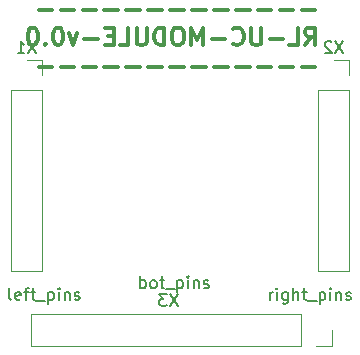
<source format=gbr>
%TF.GenerationSoftware,KiCad,Pcbnew,9.0.3*%
%TF.CreationDate,2025-08-30T15:17:24+02:00*%
%TF.ProjectId,rl_uc_module,726c5f75-635f-46d6-9f64-756c652e6b69,rev?*%
%TF.SameCoordinates,Original*%
%TF.FileFunction,Legend,Bot*%
%TF.FilePolarity,Positive*%
%FSLAX46Y46*%
G04 Gerber Fmt 4.6, Leading zero omitted, Abs format (unit mm)*
G04 Created by KiCad (PCBNEW 9.0.3) date 2025-08-30 15:17:24*
%MOMM*%
%LPD*%
G01*
G04 APERTURE LIST*
%ADD10C,0.300000*%
%ADD11C,0.150000*%
%ADD12C,0.120000*%
G04 APERTURE END LIST*
D10*
X111445489Y-86899568D02*
X110302632Y-86899568D01*
X109588346Y-86899568D02*
X108445489Y-86899568D01*
X107731203Y-86899568D02*
X106588346Y-86899568D01*
X105874060Y-86899568D02*
X104731203Y-86899568D01*
X104016917Y-86899568D02*
X102874060Y-86899568D01*
X102159774Y-86899568D02*
X101016917Y-86899568D01*
X100302631Y-86899568D02*
X99159774Y-86899568D01*
X98445488Y-86899568D02*
X97302631Y-86899568D01*
X96588345Y-86899568D02*
X95445488Y-86899568D01*
X94731202Y-86899568D02*
X93588345Y-86899568D01*
X92874059Y-86899568D02*
X91731202Y-86899568D01*
X91016916Y-86899568D02*
X89874059Y-86899568D01*
X89159773Y-86899568D02*
X88016916Y-86899568D01*
X110588346Y-89885912D02*
X111088346Y-89171626D01*
X111445489Y-89885912D02*
X111445489Y-88385912D01*
X111445489Y-88385912D02*
X110874060Y-88385912D01*
X110874060Y-88385912D02*
X110731203Y-88457341D01*
X110731203Y-88457341D02*
X110659774Y-88528769D01*
X110659774Y-88528769D02*
X110588346Y-88671626D01*
X110588346Y-88671626D02*
X110588346Y-88885912D01*
X110588346Y-88885912D02*
X110659774Y-89028769D01*
X110659774Y-89028769D02*
X110731203Y-89100198D01*
X110731203Y-89100198D02*
X110874060Y-89171626D01*
X110874060Y-89171626D02*
X111445489Y-89171626D01*
X109231203Y-89885912D02*
X109945489Y-89885912D01*
X109945489Y-89885912D02*
X109945489Y-88385912D01*
X108731203Y-89314484D02*
X107588346Y-89314484D01*
X106874060Y-88385912D02*
X106874060Y-89600198D01*
X106874060Y-89600198D02*
X106802631Y-89743055D01*
X106802631Y-89743055D02*
X106731203Y-89814484D01*
X106731203Y-89814484D02*
X106588345Y-89885912D01*
X106588345Y-89885912D02*
X106302631Y-89885912D01*
X106302631Y-89885912D02*
X106159774Y-89814484D01*
X106159774Y-89814484D02*
X106088345Y-89743055D01*
X106088345Y-89743055D02*
X106016917Y-89600198D01*
X106016917Y-89600198D02*
X106016917Y-88385912D01*
X104445488Y-89743055D02*
X104516916Y-89814484D01*
X104516916Y-89814484D02*
X104731202Y-89885912D01*
X104731202Y-89885912D02*
X104874059Y-89885912D01*
X104874059Y-89885912D02*
X105088345Y-89814484D01*
X105088345Y-89814484D02*
X105231202Y-89671626D01*
X105231202Y-89671626D02*
X105302631Y-89528769D01*
X105302631Y-89528769D02*
X105374059Y-89243055D01*
X105374059Y-89243055D02*
X105374059Y-89028769D01*
X105374059Y-89028769D02*
X105302631Y-88743055D01*
X105302631Y-88743055D02*
X105231202Y-88600198D01*
X105231202Y-88600198D02*
X105088345Y-88457341D01*
X105088345Y-88457341D02*
X104874059Y-88385912D01*
X104874059Y-88385912D02*
X104731202Y-88385912D01*
X104731202Y-88385912D02*
X104516916Y-88457341D01*
X104516916Y-88457341D02*
X104445488Y-88528769D01*
X103802631Y-89314484D02*
X102659774Y-89314484D01*
X101945488Y-89885912D02*
X101945488Y-88385912D01*
X101945488Y-88385912D02*
X101445488Y-89457341D01*
X101445488Y-89457341D02*
X100945488Y-88385912D01*
X100945488Y-88385912D02*
X100945488Y-89885912D01*
X99945487Y-88385912D02*
X99659773Y-88385912D01*
X99659773Y-88385912D02*
X99516916Y-88457341D01*
X99516916Y-88457341D02*
X99374059Y-88600198D01*
X99374059Y-88600198D02*
X99302630Y-88885912D01*
X99302630Y-88885912D02*
X99302630Y-89385912D01*
X99302630Y-89385912D02*
X99374059Y-89671626D01*
X99374059Y-89671626D02*
X99516916Y-89814484D01*
X99516916Y-89814484D02*
X99659773Y-89885912D01*
X99659773Y-89885912D02*
X99945487Y-89885912D01*
X99945487Y-89885912D02*
X100088345Y-89814484D01*
X100088345Y-89814484D02*
X100231202Y-89671626D01*
X100231202Y-89671626D02*
X100302630Y-89385912D01*
X100302630Y-89385912D02*
X100302630Y-88885912D01*
X100302630Y-88885912D02*
X100231202Y-88600198D01*
X100231202Y-88600198D02*
X100088345Y-88457341D01*
X100088345Y-88457341D02*
X99945487Y-88385912D01*
X98659773Y-89885912D02*
X98659773Y-88385912D01*
X98659773Y-88385912D02*
X98302630Y-88385912D01*
X98302630Y-88385912D02*
X98088344Y-88457341D01*
X98088344Y-88457341D02*
X97945487Y-88600198D01*
X97945487Y-88600198D02*
X97874058Y-88743055D01*
X97874058Y-88743055D02*
X97802630Y-89028769D01*
X97802630Y-89028769D02*
X97802630Y-89243055D01*
X97802630Y-89243055D02*
X97874058Y-89528769D01*
X97874058Y-89528769D02*
X97945487Y-89671626D01*
X97945487Y-89671626D02*
X98088344Y-89814484D01*
X98088344Y-89814484D02*
X98302630Y-89885912D01*
X98302630Y-89885912D02*
X98659773Y-89885912D01*
X97159773Y-88385912D02*
X97159773Y-89600198D01*
X97159773Y-89600198D02*
X97088344Y-89743055D01*
X97088344Y-89743055D02*
X97016916Y-89814484D01*
X97016916Y-89814484D02*
X96874058Y-89885912D01*
X96874058Y-89885912D02*
X96588344Y-89885912D01*
X96588344Y-89885912D02*
X96445487Y-89814484D01*
X96445487Y-89814484D02*
X96374058Y-89743055D01*
X96374058Y-89743055D02*
X96302630Y-89600198D01*
X96302630Y-89600198D02*
X96302630Y-88385912D01*
X94874058Y-89885912D02*
X95588344Y-89885912D01*
X95588344Y-89885912D02*
X95588344Y-88385912D01*
X94374058Y-89100198D02*
X93874058Y-89100198D01*
X93659772Y-89885912D02*
X94374058Y-89885912D01*
X94374058Y-89885912D02*
X94374058Y-88385912D01*
X94374058Y-88385912D02*
X93659772Y-88385912D01*
X93016915Y-89314484D02*
X91874058Y-89314484D01*
X91302629Y-88885912D02*
X90945486Y-89885912D01*
X90945486Y-89885912D02*
X90588343Y-88885912D01*
X89731200Y-88385912D02*
X89588343Y-88385912D01*
X89588343Y-88385912D02*
X89445486Y-88457341D01*
X89445486Y-88457341D02*
X89374058Y-88528769D01*
X89374058Y-88528769D02*
X89302629Y-88671626D01*
X89302629Y-88671626D02*
X89231200Y-88957341D01*
X89231200Y-88957341D02*
X89231200Y-89314484D01*
X89231200Y-89314484D02*
X89302629Y-89600198D01*
X89302629Y-89600198D02*
X89374058Y-89743055D01*
X89374058Y-89743055D02*
X89445486Y-89814484D01*
X89445486Y-89814484D02*
X89588343Y-89885912D01*
X89588343Y-89885912D02*
X89731200Y-89885912D01*
X89731200Y-89885912D02*
X89874058Y-89814484D01*
X89874058Y-89814484D02*
X89945486Y-89743055D01*
X89945486Y-89743055D02*
X90016915Y-89600198D01*
X90016915Y-89600198D02*
X90088343Y-89314484D01*
X90088343Y-89314484D02*
X90088343Y-88957341D01*
X90088343Y-88957341D02*
X90016915Y-88671626D01*
X90016915Y-88671626D02*
X89945486Y-88528769D01*
X89945486Y-88528769D02*
X89874058Y-88457341D01*
X89874058Y-88457341D02*
X89731200Y-88385912D01*
X88588344Y-89743055D02*
X88516915Y-89814484D01*
X88516915Y-89814484D02*
X88588344Y-89885912D01*
X88588344Y-89885912D02*
X88659772Y-89814484D01*
X88659772Y-89814484D02*
X88588344Y-89743055D01*
X88588344Y-89743055D02*
X88588344Y-89885912D01*
X87588343Y-88385912D02*
X87445486Y-88385912D01*
X87445486Y-88385912D02*
X87302629Y-88457341D01*
X87302629Y-88457341D02*
X87231201Y-88528769D01*
X87231201Y-88528769D02*
X87159772Y-88671626D01*
X87159772Y-88671626D02*
X87088343Y-88957341D01*
X87088343Y-88957341D02*
X87088343Y-89314484D01*
X87088343Y-89314484D02*
X87159772Y-89600198D01*
X87159772Y-89600198D02*
X87231201Y-89743055D01*
X87231201Y-89743055D02*
X87302629Y-89814484D01*
X87302629Y-89814484D02*
X87445486Y-89885912D01*
X87445486Y-89885912D02*
X87588343Y-89885912D01*
X87588343Y-89885912D02*
X87731201Y-89814484D01*
X87731201Y-89814484D02*
X87802629Y-89743055D01*
X87802629Y-89743055D02*
X87874058Y-89600198D01*
X87874058Y-89600198D02*
X87945486Y-89314484D01*
X87945486Y-89314484D02*
X87945486Y-88957341D01*
X87945486Y-88957341D02*
X87874058Y-88671626D01*
X87874058Y-88671626D02*
X87802629Y-88528769D01*
X87802629Y-88528769D02*
X87731201Y-88457341D01*
X87731201Y-88457341D02*
X87588343Y-88385912D01*
X111445489Y-91729400D02*
X110302632Y-91729400D01*
X109588346Y-91729400D02*
X108445489Y-91729400D01*
X107731203Y-91729400D02*
X106588346Y-91729400D01*
X105874060Y-91729400D02*
X104731203Y-91729400D01*
X104016917Y-91729400D02*
X102874060Y-91729400D01*
X102159774Y-91729400D02*
X101016917Y-91729400D01*
X100302631Y-91729400D02*
X99159774Y-91729400D01*
X98445488Y-91729400D02*
X97302631Y-91729400D01*
X96588345Y-91729400D02*
X95445488Y-91729400D01*
X94731202Y-91729400D02*
X93588345Y-91729400D01*
X92874059Y-91729400D02*
X91731202Y-91729400D01*
X91016916Y-91729400D02*
X89874059Y-91729400D01*
X89159773Y-91729400D02*
X88016916Y-91729400D01*
D11*
X99809523Y-110954819D02*
X99142857Y-111954819D01*
X99142857Y-110954819D02*
X99809523Y-111954819D01*
X98857142Y-110954819D02*
X98238095Y-110954819D01*
X98238095Y-110954819D02*
X98571428Y-111335771D01*
X98571428Y-111335771D02*
X98428571Y-111335771D01*
X98428571Y-111335771D02*
X98333333Y-111383390D01*
X98333333Y-111383390D02*
X98285714Y-111431009D01*
X98285714Y-111431009D02*
X98238095Y-111526247D01*
X98238095Y-111526247D02*
X98238095Y-111764342D01*
X98238095Y-111764342D02*
X98285714Y-111859580D01*
X98285714Y-111859580D02*
X98333333Y-111907200D01*
X98333333Y-111907200D02*
X98428571Y-111954819D01*
X98428571Y-111954819D02*
X98714285Y-111954819D01*
X98714285Y-111954819D02*
X98809523Y-111907200D01*
X98809523Y-111907200D02*
X98857142Y-111859580D01*
X96619047Y-110454819D02*
X96619047Y-109454819D01*
X96619047Y-109835771D02*
X96714285Y-109788152D01*
X96714285Y-109788152D02*
X96904761Y-109788152D01*
X96904761Y-109788152D02*
X96999999Y-109835771D01*
X96999999Y-109835771D02*
X97047618Y-109883390D01*
X97047618Y-109883390D02*
X97095237Y-109978628D01*
X97095237Y-109978628D02*
X97095237Y-110264342D01*
X97095237Y-110264342D02*
X97047618Y-110359580D01*
X97047618Y-110359580D02*
X96999999Y-110407200D01*
X96999999Y-110407200D02*
X96904761Y-110454819D01*
X96904761Y-110454819D02*
X96714285Y-110454819D01*
X96714285Y-110454819D02*
X96619047Y-110407200D01*
X97666666Y-110454819D02*
X97571428Y-110407200D01*
X97571428Y-110407200D02*
X97523809Y-110359580D01*
X97523809Y-110359580D02*
X97476190Y-110264342D01*
X97476190Y-110264342D02*
X97476190Y-109978628D01*
X97476190Y-109978628D02*
X97523809Y-109883390D01*
X97523809Y-109883390D02*
X97571428Y-109835771D01*
X97571428Y-109835771D02*
X97666666Y-109788152D01*
X97666666Y-109788152D02*
X97809523Y-109788152D01*
X97809523Y-109788152D02*
X97904761Y-109835771D01*
X97904761Y-109835771D02*
X97952380Y-109883390D01*
X97952380Y-109883390D02*
X97999999Y-109978628D01*
X97999999Y-109978628D02*
X97999999Y-110264342D01*
X97999999Y-110264342D02*
X97952380Y-110359580D01*
X97952380Y-110359580D02*
X97904761Y-110407200D01*
X97904761Y-110407200D02*
X97809523Y-110454819D01*
X97809523Y-110454819D02*
X97666666Y-110454819D01*
X98285714Y-109788152D02*
X98666666Y-109788152D01*
X98428571Y-109454819D02*
X98428571Y-110311961D01*
X98428571Y-110311961D02*
X98476190Y-110407200D01*
X98476190Y-110407200D02*
X98571428Y-110454819D01*
X98571428Y-110454819D02*
X98666666Y-110454819D01*
X98761905Y-110550057D02*
X99523809Y-110550057D01*
X99761905Y-109788152D02*
X99761905Y-110788152D01*
X99761905Y-109835771D02*
X99857143Y-109788152D01*
X99857143Y-109788152D02*
X100047619Y-109788152D01*
X100047619Y-109788152D02*
X100142857Y-109835771D01*
X100142857Y-109835771D02*
X100190476Y-109883390D01*
X100190476Y-109883390D02*
X100238095Y-109978628D01*
X100238095Y-109978628D02*
X100238095Y-110264342D01*
X100238095Y-110264342D02*
X100190476Y-110359580D01*
X100190476Y-110359580D02*
X100142857Y-110407200D01*
X100142857Y-110407200D02*
X100047619Y-110454819D01*
X100047619Y-110454819D02*
X99857143Y-110454819D01*
X99857143Y-110454819D02*
X99761905Y-110407200D01*
X100666667Y-110454819D02*
X100666667Y-109788152D01*
X100666667Y-109454819D02*
X100619048Y-109502438D01*
X100619048Y-109502438D02*
X100666667Y-109550057D01*
X100666667Y-109550057D02*
X100714286Y-109502438D01*
X100714286Y-109502438D02*
X100666667Y-109454819D01*
X100666667Y-109454819D02*
X100666667Y-109550057D01*
X101142857Y-109788152D02*
X101142857Y-110454819D01*
X101142857Y-109883390D02*
X101190476Y-109835771D01*
X101190476Y-109835771D02*
X101285714Y-109788152D01*
X101285714Y-109788152D02*
X101428571Y-109788152D01*
X101428571Y-109788152D02*
X101523809Y-109835771D01*
X101523809Y-109835771D02*
X101571428Y-109931009D01*
X101571428Y-109931009D02*
X101571428Y-110454819D01*
X102000000Y-110407200D02*
X102095238Y-110454819D01*
X102095238Y-110454819D02*
X102285714Y-110454819D01*
X102285714Y-110454819D02*
X102380952Y-110407200D01*
X102380952Y-110407200D02*
X102428571Y-110311961D01*
X102428571Y-110311961D02*
X102428571Y-110264342D01*
X102428571Y-110264342D02*
X102380952Y-110169104D01*
X102380952Y-110169104D02*
X102285714Y-110121485D01*
X102285714Y-110121485D02*
X102142857Y-110121485D01*
X102142857Y-110121485D02*
X102047619Y-110073866D01*
X102047619Y-110073866D02*
X102000000Y-109978628D01*
X102000000Y-109978628D02*
X102000000Y-109931009D01*
X102000000Y-109931009D02*
X102047619Y-109835771D01*
X102047619Y-109835771D02*
X102142857Y-109788152D01*
X102142857Y-109788152D02*
X102285714Y-109788152D01*
X102285714Y-109788152D02*
X102380952Y-109835771D01*
X87809523Y-89544819D02*
X87142857Y-90544819D01*
X87142857Y-89544819D02*
X87809523Y-90544819D01*
X86238095Y-90544819D02*
X86809523Y-90544819D01*
X86523809Y-90544819D02*
X86523809Y-89544819D01*
X86523809Y-89544819D02*
X86619047Y-89687676D01*
X86619047Y-89687676D02*
X86714285Y-89782914D01*
X86714285Y-89782914D02*
X86809523Y-89830533D01*
X85690475Y-111454819D02*
X85595237Y-111407200D01*
X85595237Y-111407200D02*
X85547618Y-111311961D01*
X85547618Y-111311961D02*
X85547618Y-110454819D01*
X86452380Y-111407200D02*
X86357142Y-111454819D01*
X86357142Y-111454819D02*
X86166666Y-111454819D01*
X86166666Y-111454819D02*
X86071428Y-111407200D01*
X86071428Y-111407200D02*
X86023809Y-111311961D01*
X86023809Y-111311961D02*
X86023809Y-110931009D01*
X86023809Y-110931009D02*
X86071428Y-110835771D01*
X86071428Y-110835771D02*
X86166666Y-110788152D01*
X86166666Y-110788152D02*
X86357142Y-110788152D01*
X86357142Y-110788152D02*
X86452380Y-110835771D01*
X86452380Y-110835771D02*
X86499999Y-110931009D01*
X86499999Y-110931009D02*
X86499999Y-111026247D01*
X86499999Y-111026247D02*
X86023809Y-111121485D01*
X86785714Y-110788152D02*
X87166666Y-110788152D01*
X86928571Y-111454819D02*
X86928571Y-110597676D01*
X86928571Y-110597676D02*
X86976190Y-110502438D01*
X86976190Y-110502438D02*
X87071428Y-110454819D01*
X87071428Y-110454819D02*
X87166666Y-110454819D01*
X87357143Y-110788152D02*
X87738095Y-110788152D01*
X87500000Y-110454819D02*
X87500000Y-111311961D01*
X87500000Y-111311961D02*
X87547619Y-111407200D01*
X87547619Y-111407200D02*
X87642857Y-111454819D01*
X87642857Y-111454819D02*
X87738095Y-111454819D01*
X87833334Y-111550057D02*
X88595238Y-111550057D01*
X88833334Y-110788152D02*
X88833334Y-111788152D01*
X88833334Y-110835771D02*
X88928572Y-110788152D01*
X88928572Y-110788152D02*
X89119048Y-110788152D01*
X89119048Y-110788152D02*
X89214286Y-110835771D01*
X89214286Y-110835771D02*
X89261905Y-110883390D01*
X89261905Y-110883390D02*
X89309524Y-110978628D01*
X89309524Y-110978628D02*
X89309524Y-111264342D01*
X89309524Y-111264342D02*
X89261905Y-111359580D01*
X89261905Y-111359580D02*
X89214286Y-111407200D01*
X89214286Y-111407200D02*
X89119048Y-111454819D01*
X89119048Y-111454819D02*
X88928572Y-111454819D01*
X88928572Y-111454819D02*
X88833334Y-111407200D01*
X89738096Y-111454819D02*
X89738096Y-110788152D01*
X89738096Y-110454819D02*
X89690477Y-110502438D01*
X89690477Y-110502438D02*
X89738096Y-110550057D01*
X89738096Y-110550057D02*
X89785715Y-110502438D01*
X89785715Y-110502438D02*
X89738096Y-110454819D01*
X89738096Y-110454819D02*
X89738096Y-110550057D01*
X90214286Y-110788152D02*
X90214286Y-111454819D01*
X90214286Y-110883390D02*
X90261905Y-110835771D01*
X90261905Y-110835771D02*
X90357143Y-110788152D01*
X90357143Y-110788152D02*
X90500000Y-110788152D01*
X90500000Y-110788152D02*
X90595238Y-110835771D01*
X90595238Y-110835771D02*
X90642857Y-110931009D01*
X90642857Y-110931009D02*
X90642857Y-111454819D01*
X91071429Y-111407200D02*
X91166667Y-111454819D01*
X91166667Y-111454819D02*
X91357143Y-111454819D01*
X91357143Y-111454819D02*
X91452381Y-111407200D01*
X91452381Y-111407200D02*
X91500000Y-111311961D01*
X91500000Y-111311961D02*
X91500000Y-111264342D01*
X91500000Y-111264342D02*
X91452381Y-111169104D01*
X91452381Y-111169104D02*
X91357143Y-111121485D01*
X91357143Y-111121485D02*
X91214286Y-111121485D01*
X91214286Y-111121485D02*
X91119048Y-111073866D01*
X91119048Y-111073866D02*
X91071429Y-110978628D01*
X91071429Y-110978628D02*
X91071429Y-110931009D01*
X91071429Y-110931009D02*
X91119048Y-110835771D01*
X91119048Y-110835771D02*
X91214286Y-110788152D01*
X91214286Y-110788152D02*
X91357143Y-110788152D01*
X91357143Y-110788152D02*
X91452381Y-110835771D01*
X113809523Y-89544819D02*
X113142857Y-90544819D01*
X113142857Y-89544819D02*
X113809523Y-90544819D01*
X112809523Y-89640057D02*
X112761904Y-89592438D01*
X112761904Y-89592438D02*
X112666666Y-89544819D01*
X112666666Y-89544819D02*
X112428571Y-89544819D01*
X112428571Y-89544819D02*
X112333333Y-89592438D01*
X112333333Y-89592438D02*
X112285714Y-89640057D01*
X112285714Y-89640057D02*
X112238095Y-89735295D01*
X112238095Y-89735295D02*
X112238095Y-89830533D01*
X112238095Y-89830533D02*
X112285714Y-89973390D01*
X112285714Y-89973390D02*
X112857142Y-90544819D01*
X112857142Y-90544819D02*
X112238095Y-90544819D01*
X107571428Y-111454819D02*
X107571428Y-110788152D01*
X107571428Y-110978628D02*
X107619047Y-110883390D01*
X107619047Y-110883390D02*
X107666666Y-110835771D01*
X107666666Y-110835771D02*
X107761904Y-110788152D01*
X107761904Y-110788152D02*
X107857142Y-110788152D01*
X108190476Y-111454819D02*
X108190476Y-110788152D01*
X108190476Y-110454819D02*
X108142857Y-110502438D01*
X108142857Y-110502438D02*
X108190476Y-110550057D01*
X108190476Y-110550057D02*
X108238095Y-110502438D01*
X108238095Y-110502438D02*
X108190476Y-110454819D01*
X108190476Y-110454819D02*
X108190476Y-110550057D01*
X109095237Y-110788152D02*
X109095237Y-111597676D01*
X109095237Y-111597676D02*
X109047618Y-111692914D01*
X109047618Y-111692914D02*
X108999999Y-111740533D01*
X108999999Y-111740533D02*
X108904761Y-111788152D01*
X108904761Y-111788152D02*
X108761904Y-111788152D01*
X108761904Y-111788152D02*
X108666666Y-111740533D01*
X109095237Y-111407200D02*
X108999999Y-111454819D01*
X108999999Y-111454819D02*
X108809523Y-111454819D01*
X108809523Y-111454819D02*
X108714285Y-111407200D01*
X108714285Y-111407200D02*
X108666666Y-111359580D01*
X108666666Y-111359580D02*
X108619047Y-111264342D01*
X108619047Y-111264342D02*
X108619047Y-110978628D01*
X108619047Y-110978628D02*
X108666666Y-110883390D01*
X108666666Y-110883390D02*
X108714285Y-110835771D01*
X108714285Y-110835771D02*
X108809523Y-110788152D01*
X108809523Y-110788152D02*
X108999999Y-110788152D01*
X108999999Y-110788152D02*
X109095237Y-110835771D01*
X109571428Y-111454819D02*
X109571428Y-110454819D01*
X109999999Y-111454819D02*
X109999999Y-110931009D01*
X109999999Y-110931009D02*
X109952380Y-110835771D01*
X109952380Y-110835771D02*
X109857142Y-110788152D01*
X109857142Y-110788152D02*
X109714285Y-110788152D01*
X109714285Y-110788152D02*
X109619047Y-110835771D01*
X109619047Y-110835771D02*
X109571428Y-110883390D01*
X110333333Y-110788152D02*
X110714285Y-110788152D01*
X110476190Y-110454819D02*
X110476190Y-111311961D01*
X110476190Y-111311961D02*
X110523809Y-111407200D01*
X110523809Y-111407200D02*
X110619047Y-111454819D01*
X110619047Y-111454819D02*
X110714285Y-111454819D01*
X110809524Y-111550057D02*
X111571428Y-111550057D01*
X111809524Y-110788152D02*
X111809524Y-111788152D01*
X111809524Y-110835771D02*
X111904762Y-110788152D01*
X111904762Y-110788152D02*
X112095238Y-110788152D01*
X112095238Y-110788152D02*
X112190476Y-110835771D01*
X112190476Y-110835771D02*
X112238095Y-110883390D01*
X112238095Y-110883390D02*
X112285714Y-110978628D01*
X112285714Y-110978628D02*
X112285714Y-111264342D01*
X112285714Y-111264342D02*
X112238095Y-111359580D01*
X112238095Y-111359580D02*
X112190476Y-111407200D01*
X112190476Y-111407200D02*
X112095238Y-111454819D01*
X112095238Y-111454819D02*
X111904762Y-111454819D01*
X111904762Y-111454819D02*
X111809524Y-111407200D01*
X112714286Y-111454819D02*
X112714286Y-110788152D01*
X112714286Y-110454819D02*
X112666667Y-110502438D01*
X112666667Y-110502438D02*
X112714286Y-110550057D01*
X112714286Y-110550057D02*
X112761905Y-110502438D01*
X112761905Y-110502438D02*
X112714286Y-110454819D01*
X112714286Y-110454819D02*
X112714286Y-110550057D01*
X113190476Y-110788152D02*
X113190476Y-111454819D01*
X113190476Y-110883390D02*
X113238095Y-110835771D01*
X113238095Y-110835771D02*
X113333333Y-110788152D01*
X113333333Y-110788152D02*
X113476190Y-110788152D01*
X113476190Y-110788152D02*
X113571428Y-110835771D01*
X113571428Y-110835771D02*
X113619047Y-110931009D01*
X113619047Y-110931009D02*
X113619047Y-111454819D01*
X114047619Y-111407200D02*
X114142857Y-111454819D01*
X114142857Y-111454819D02*
X114333333Y-111454819D01*
X114333333Y-111454819D02*
X114428571Y-111407200D01*
X114428571Y-111407200D02*
X114476190Y-111311961D01*
X114476190Y-111311961D02*
X114476190Y-111264342D01*
X114476190Y-111264342D02*
X114428571Y-111169104D01*
X114428571Y-111169104D02*
X114333333Y-111121485D01*
X114333333Y-111121485D02*
X114190476Y-111121485D01*
X114190476Y-111121485D02*
X114095238Y-111073866D01*
X114095238Y-111073866D02*
X114047619Y-110978628D01*
X114047619Y-110978628D02*
X114047619Y-110931009D01*
X114047619Y-110931009D02*
X114095238Y-110835771D01*
X114095238Y-110835771D02*
X114190476Y-110788152D01*
X114190476Y-110788152D02*
X114333333Y-110788152D01*
X114333333Y-110788152D02*
X114428571Y-110835771D01*
D12*
%TO.C,X3*%
X87350000Y-115330000D02*
X87350000Y-112670000D01*
X110270000Y-112670000D02*
X87350000Y-112670000D01*
X110270000Y-115330000D02*
X87350000Y-115330000D01*
X110270000Y-115330000D02*
X110270000Y-112670000D01*
X111540000Y-115330000D02*
X112870000Y-115330000D01*
X112870000Y-115330000D02*
X112870000Y-114000000D01*
%TO.C,X1*%
X85670000Y-93690000D02*
X85670000Y-108990000D01*
X88330000Y-91090000D02*
X87000000Y-91090000D01*
X88330000Y-92420000D02*
X88330000Y-91090000D01*
X88330000Y-93690000D02*
X85670000Y-93690000D01*
X88330000Y-93690000D02*
X88330000Y-108990000D01*
X88330000Y-108990000D02*
X85670000Y-108990000D01*
%TO.C,X2*%
X111670000Y-93690000D02*
X111670000Y-108990000D01*
X114330000Y-91090000D02*
X113000000Y-91090000D01*
X114330000Y-92420000D02*
X114330000Y-91090000D01*
X114330000Y-93690000D02*
X111670000Y-93690000D01*
X114330000Y-93690000D02*
X114330000Y-108990000D01*
X114330000Y-108990000D02*
X111670000Y-108990000D01*
%TD*%
M02*

</source>
